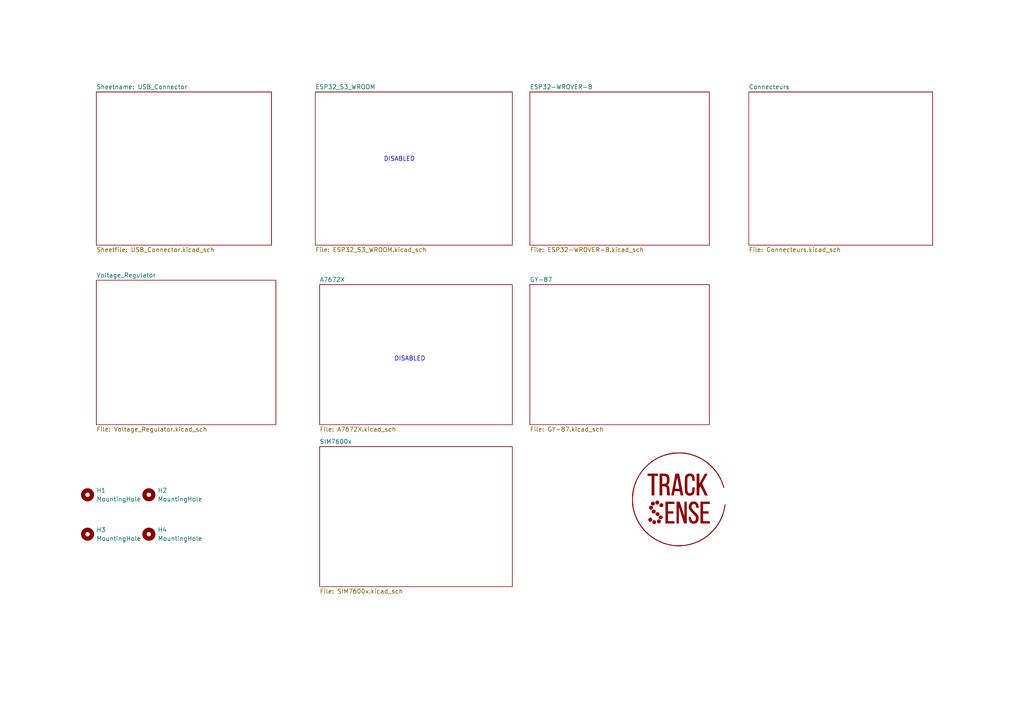
<source format=kicad_sch>
(kicad_sch (version 20231120) (generator "eeschema") (generator_version "8.0")
  (paper "A4")
  (title_block (title "TrackSense") (date "2024-05-07") (rev "BETA_1.0") (company "DFC - Cegep Ste-Foy"))
  (lib_symbols
    (symbol "Mechanical:MountingHole" (pin_names (offset 1.016))
      (property "Reference" "H" (at 0 5.08 0))
      (property "Value" "MountingHole" (at 0 3.175 0))
      (symbol "MountingHole_0_1"
        (circle (center 0 0) (radius 1.27) (stroke (width 1.27)))
      )
    )
    (symbol "TS_LOGO:LOGO" (pin_names (offset 1.016))
      (symbol "LOGO_0_0"
        (polyline (pts (xy -5.9188 -1.4414) (xy -5.7415 -1.2487) (xy -5.6726 -0.9654) (xy -5.703 -0.7764) (xy -5.8477 -0.5589) (xy -6.0725 -0.4446) (xy -6.3338 -0.4511) (xy -6.588 -0.596) (xy -6.7427 -0.8342) (xy -6.7505 -1.1048) (xy -6.604 -1.3547) (xy -6.4222 -1.481) (xy -6.1603 -1.525) (xy -5.9188 -1.4414)) (stroke (width 0.01)) (fill (type outline)))
        (polyline (pts (xy -5.8296 -4.8003) (xy -5.655 -4.6042) (xy -5.588 -4.3079) (xy -5.6477 -4.0516) (xy -5.8367 -3.8728) (xy -6.1396 -3.81) (xy -6.4001 -3.8675) (xy -6.5933 -4.0332) (xy -6.6778 -4.2634) (xy -6.6383 -4.5138) (xy -6.4595 -4.74) (xy -6.3444 -4.814) (xy -6.0726 -4.8768) (xy -5.8296 -4.8003)) (stroke (width 0.01)) (fill (type outline)))
        (polyline (pts (xy -7.9421 -6.4298) (xy -7.7717 -6.2449) (xy -7.7046 -5.9837) (xy -7.7445 -5.7592) (xy -7.8987 -5.5402) (xy -8.1288 -5.428) (xy -8.3914 -5.4404) (xy -8.6433 -5.5954) (xy -8.6437 -5.5957) (xy -8.7656 -5.8255) (xy -8.7412 -6.0967) (xy -8.5739 -6.3712) (xy -8.4088 -6.489) (xy -8.1698 -6.518) (xy -7.9421 -6.4298)) (stroke (width 0.01)) (fill (type outline)))
        (polyline (pts (xy -7.9043 -3.0142) (xy -7.6585 -2.8402) (xy -7.5051 -2.6404) (xy -7.4634 -2.3985) (xy -7.5825 -2.1355) (xy -7.6904 -2.0356) (xy -7.9339 -1.9522) (xy -8.2012 -1.9655) (xy -8.4183 -2.0804) (xy -8.5027 -2.2072) (xy -8.553 -2.4645) (xy -8.5049 -2.7255) (xy -8.3631 -2.9162) (xy -8.148 -3.0248) (xy -7.9043 -3.0142)) (stroke (width 0.01)) (fill (type outline)))
        (polyline (pts (xy -6.9797 -4.0661) (xy -6.7971 -3.9107) (xy -6.6974 -3.6975) (xy -6.7084 -3.4564) (xy -6.858 -3.2174) (xy -7.1034 -3.0763) (xy -7.3852 -3.0655) (xy -7.6345 -3.1881) (xy -7.7265 -3.3093) (xy -7.7903 -3.563) (xy -7.7475 -3.8225) (xy -7.6011 -4.0169) (xy -7.4824 -4.0842) (xy -7.2174 -4.1339) (xy -6.9797 -4.0661)) (stroke (width 0.01)) (fill (type outline)))
        (polyline (pts (xy -5.002 -5.7402) (xy -4.7981 -5.5966) (xy -4.678 -5.3836) (xy -4.6686 -5.1379) (xy -4.7968 -4.8962) (xy -5.0044 -4.7629) (xy -5.2594 -4.7428) (xy -5.503 -4.8278) (xy -5.6852 -5) (xy -5.756 -5.2413) (xy -5.7428 -5.4047) (xy -5.6431 -5.6101) (xy -5.4163 -5.742) (xy -5.263 -5.7779) (xy -5.002 -5.7402)) (stroke (width 0.01)) (fill (type outline)))
        (polyline (pts (xy -7.2546 -1.7653) (xy -7.1398 -1.6969) (xy -6.9871 -1.5257) (xy -6.9439 -1.2767) (xy -6.9851 -1.0783) (xy -7.1446 -0.8807) (xy -7.38 -0.773) (xy -7.6439 -0.7738) (xy -7.8885 -0.9021) (xy -7.9318 -0.9482) (xy -8.0307 -1.1862) (xy -8.011 -1.4574) (xy -7.874 -1.6934) (xy -7.7453 -1.7984) (xy -7.523 -1.8553) (xy -7.2546 -1.7653)) (stroke (width 0.01)) (fill (type outline)))
        (polyline (pts (xy -4.8745 -2.2614) (xy -4.6422 -2.1459) (xy -4.5988 -2.0998) (xy -4.4999 -1.8619) (xy -4.5196 -1.5906) (xy -4.6566 -1.3547) (xy -4.8511 -1.2193) (xy -5.0921 -1.2094) (xy -5.3649 -1.3608) (xy -5.3833 -1.3759) (xy -5.5531 -1.6119) (xy -5.5764 -1.8795) (xy -5.4479 -2.1312) (xy -5.39 -2.1824) (xy -5.1495 -2.2731) (xy -4.8745 -2.2614)) (stroke (width 0.01)) (fill (type outline)))
        (polyline (pts (xy -7.112 3.937) (xy -7.112 6.7733) (xy -6.5616 6.7733) (xy -6.0113 6.7733) (xy -6.0113 7.0696) (xy -6.0113 7.366) (xy -7.493 7.366) (xy -8.9746 7.366) (xy -8.9746 7.0696) (xy -8.9746 6.7733) (xy -8.382 6.7733) (xy -7.7893 6.7733) (xy -7.7893 3.937) (xy -7.7893 1.1006) (xy -7.4506 1.1006) (xy -7.112 1.1006) (xy -7.112 3.937)) (stroke (width 0.01)) (fill (type outline)))
        (polyline (pts (xy -5.3897 -6.8542) (xy -5.238 -6.6593) (xy -5.1894 -6.4182) (xy -5.2604 -6.1708) (xy -5.4676 -5.9569) (xy -5.4826 -5.9471) (xy -5.6347 -5.8672) (xy -5.7713 -5.8698) (xy -5.9742 -5.9545) (xy -6.1576 -6.06) (xy -6.2461 -6.1947) (xy -6.2653 -6.4229) (xy -6.2371 -6.6791) (xy -6.1185 -6.8641) (xy -5.8843 -6.9591) (xy -5.6279 -6.9633) (xy -5.3897 -6.8542)) (stroke (width 0.01)) (fill (type outline)))
        (polyline (pts (xy -6.7998 -7.1302) (xy -6.7863 -7.121) (xy -6.6441 -6.9315) (xy -6.5869 -6.6731) (xy -6.6339 -6.4277) (xy -6.7055 -6.3154) (xy -6.9151 -6.1574) (xy -7.1562 -6.1208) (xy -7.384 -6.1959) (xy -7.5535 -6.373) (xy -7.62 -6.6423) (xy -7.6199 -6.6511) (xy -7.5795 -6.8892) (xy -7.4869 -7.0636) (xy -7.4836 -7.0669) (xy -7.2811 -7.1681) (xy -7.0213 -7.1923) (xy -6.7998 -7.1302)) (stroke (width 0.01)) (fill (type outline)))
        (polyline (pts (xy 2.286 -3.8996) (xy 2.286 -0.762) (xy 1.9897 -0.762) (xy 1.6934 -0.762) (xy 1.6849 -2.9422) (xy 1.6765 -5.1224) (xy 0.9614 -2.9422) (xy 0.2463 -0.762) (xy -0.1732 -0.762) (xy -0.5926 -0.762) (xy -0.5926 -3.8947) (xy -0.5926 -7.0274) (xy -0.2976 -7.0274) (xy -0.0025 -7.0274) (xy 0.0199 -4.5623) (xy 0.0424 -2.0972) (xy 0.8044 -4.5411) (xy 1.5664 -6.985) (xy 1.9262 -7.0111) (xy 2.286 -7.0371) (xy 2.286 -3.8996)) (stroke (width 0.01)) (fill (type outline)))
        (polyline (pts (xy -1.27 -6.731) (xy -1.27 -6.4347) (xy -2.2013 -6.4347) (xy -3.1326 -6.4347) (xy -3.1326 -5.2917) (xy -3.1326 -4.1487) (xy -2.3706 -4.1487) (xy -1.6086 -4.1487) (xy -1.6086 -3.8524) (xy -1.6086 -3.556) (xy -2.3706 -3.556) (xy -3.1326 -3.556) (xy -3.1326 -2.4554) (xy -3.1326 -1.3547) (xy -2.2013 -1.3547) (xy -1.27 -1.3547) (xy -1.27 -1.0584) (xy -1.27 -0.762) (xy -2.54 -0.762) (xy -3.81 -0.762) (xy -3.81 -3.8947) (xy -3.81 -7.0274) (xy -2.54 -7.0274) (xy -1.27 -7.0274) (xy -1.27 -6.731)) (stroke (width 0.01)) (fill (type outline)))
        (polyline (pts (xy 8.9747 -6.731) (xy 8.9747 -6.4347) (xy 8.001 -6.4347) (xy 7.0274 -6.4347) (xy 7.0274 -5.2917) (xy 7.0274 -4.1487) (xy 7.8317 -4.1487) (xy 8.636 -4.1487) (xy 8.636 -3.8524) (xy 8.636 -3.556) (xy 7.8317 -3.556) (xy 7.0274 -3.556) (xy 7.0274 -2.4554) (xy 7.0274 -1.3547) (xy 8.001 -1.3547) (xy 8.9747 -1.3547) (xy 8.9747 -1.0584) (xy 8.9747 -0.762) (xy 7.6624 -0.762) (xy 6.35 -0.762) (xy 6.35 -3.8947) (xy 6.35 -7.0274) (xy 7.6624 -7.0274) (xy 8.9747 -7.0274) (xy 8.9747 -6.731)) (stroke (width 0.01)) (fill (type outline)))
        (polyline (pts (xy 5.9293 2.1378) (xy 5.9299 2.2767) (xy 5.9361 2.6859) (xy 5.9532 2.9739) (xy 5.9867 3.1785) (xy 6.0419 3.3371) (xy 6.1243 3.4877) (xy 6.3167 3.8004) (xy 6.9874 2.4505) (xy 7.6581 1.1006) (xy 8.0163 1.1006) (xy 8.3746 1.1006) (xy 7.7339 2.4341) (xy 7.5764 2.7633) (xy 7.3608 3.2177) (xy 7.1703 3.6238) (xy 7.0211 3.9468) (xy 6.9294 4.1522) (xy 6.7655 4.5367) (xy 7.5314 5.9103) (xy 7.7716 6.3435) (xy 7.9823 6.7277) (xy 8.1487 7.0361) (xy 8.258 7.2448) (xy 8.2974 7.3298) (xy 8.2864 7.3404) (xy 8.1633 7.3559) (xy 7.9475 7.3497) (xy 7.5977 7.3236) (xy 6.7834 5.8459) (xy 5.969 4.3681) (xy 5.9459 5.867) (xy 5.9228 7.366) (xy 5.5861 7.366) (xy 5.2494 7.366) (xy 5.2494 4.2333) (xy 5.2494 1.1006) (xy 5.588 1.1006) (xy 5.9267 1.1006) (xy 5.9293 2.1378)) (stroke (width 0.01)) (fill (type outline)))
        (polyline (pts (xy -4.826 2.4553) (xy -4.826 3.81) (xy -4.5931 3.808) (xy -4.4338 3.8001) (xy -4.059 3.7343) (xy -3.7407 3.617) (xy -3.5348 3.4661) (xy -3.5096 3.4321) (xy -3.4486 3.301) (xy -3.4108 3.1057) (xy -3.3913 2.8111) (xy -3.3855 2.3824) (xy -3.3847 2.113) (xy -3.3768 1.6992) (xy -3.353 1.4169) (xy -3.304 1.2409) (xy -3.2206 1.1463) (xy -3.0936 1.1079) (xy -2.9138 1.1006) (xy -2.7671 1.1049) (xy -2.6107 1.1382) (xy -2.5876 1.211) (xy -2.5902 1.219) (xy -2.6118 1.363) (xy -2.6387 1.6351) (xy -2.6674 1.9998) (xy -2.6949 2.4213) (xy -2.713 2.6931) (xy -2.7631 3.1819) (xy -2.834 3.5361) (xy -2.934 3.7797) (xy -3.0713 3.9365) (xy -3.2543 4.0302) (xy -3.2566 4.031) (xy -3.3515 4.0771) (xy -3.3302 4.1402) (xy -3.1803 4.2587) (xy -3.1579 4.2755) (xy -2.9474 4.4943) (xy -2.8088 4.7885) (xy -2.7326 5.1875) (xy -2.7093 5.7206) (xy -2.7209 6.1101) (xy -2.7867 6.5582) (xy -2.9267 6.8894) (xy -3.1592 7.1198) (xy -3.5023 7.2652) (xy -3.9743 7.3413) (xy -4.5931 7.3641) (xy -5.5033 7.366) (xy -5.5033 4.4026) (xy -4.826 4.4026) (xy -4.826 5.5997) (xy -4.826 6.7968) (xy -4.2978 6.7489) (xy -4.2811 6.7474) (xy -3.9027 6.6854) (xy -3.6452 6.5656) (xy -3.4875 6.361) (xy -3.4083 6.0449) (xy -3.3866 5.5902) (xy -3.3922 5.2001) (xy -3.4175 4.9231) (xy -3.4745 4.743) (xy -3.5752 4.6231) (xy -3.7314 4.5265) (xy -3.8189 4.4907) (xy -4.0934 4.4276) (xy -4.3984 4.4026) (xy -4.826 4.4026) (xy -5.5033 4.4026) (xy -5.5033 4.2333) (xy -5.5033 1.1006) (xy -5.1646 1.1006) (xy -4.826 1.1006) (xy -4.826 2.4553)) (stroke (width 0.01)) (fill (type outline)))
        (polyline (pts (xy 3.8685 1.1808) (xy 3.9457 1.2185) (xy 4.2354 1.4347) (xy 4.4294 1.7395) (xy 4.5381 2.1558) (xy 4.572 2.7059) (xy 4.572 3.3866) (xy 4.2757 3.3866) (xy 3.9794 3.3866) (xy 3.9794 2.9416) (xy 3.9783 2.8507) (xy 3.9329 2.3859) (xy 3.8261 2.0314) (xy 3.665 1.8135) (xy 3.5659 1.7598) (xy 3.2935 1.705) (xy 2.9989 1.7229) (xy 2.7697 1.8135) (xy 2.6738 1.911) (xy 2.5961 2.0599) (xy 2.5385 2.2773) (xy 2.4982 2.5831) (xy 2.4726 2.9976) (xy 2.4592 3.5409) (xy 2.4554 4.2333) (xy 2.4589 4.9013) (xy 2.4719 5.4502) (xy 2.4969 5.8694) (xy 2.5366 6.1791) (xy 2.5935 6.3995) (xy 2.6703 6.5508) (xy 2.7697 6.6531) (xy 2.8688 6.7068) (xy 3.1412 6.7616) (xy 3.4358 6.7437) (xy 3.665 6.6531) (xy 3.7011 6.6213) (xy 3.8453 6.3884) (xy 3.9432 6.0487) (xy 3.9794 5.652) (xy 3.9796 5.5886) (xy 3.9987 5.4136) (xy 4.0818 5.3455) (xy 4.2757 5.334) (xy 4.572 5.334) (xy 4.572 5.8877) (xy 4.5704 6.003) (xy 4.5221 6.4351) (xy 4.3977 6.7831) (xy 4.3922 6.7938) (xy 4.1379 7.1145) (xy 3.7937 7.324) (xy 3.3959 7.4231) (xy 2.9804 7.4126) (xy 2.5835 7.2932) (xy 2.2412 7.0657) (xy 1.9897 6.731) (xy 1.9387 6.6185) (xy 1.8981 6.4917) (xy 1.868 6.3314) (xy 1.8467 6.1147) (xy 1.8329 5.8192) (xy 1.8249 5.4222) (xy 1.8212 4.9011) (xy 1.8204 4.2333) (xy 1.8212 3.5818) (xy 1.8247 3.057) (xy 1.8326 2.6569) (xy 1.8463 2.3589) (xy 1.8673 2.1404) (xy 1.8972 1.9787) (xy 1.9374 1.8514) (xy 1.9897 1.7356) (xy 2.1954 1.4453) (xy 2.5368 1.2065) (xy 2.9409 1.0578) (xy 3.3957 1.0381) (xy 3.8685 1.1808)) (stroke (width 0.01)) (fill (type outline)))
        (polyline (pts (xy 4.5626 -7.0606) (xy 4.9096 -6.9888) (xy 5.1635 -6.872) (xy 5.3786 -6.6663) (xy 5.6131 -6.251) (xy 5.7325 -5.7192) (xy 5.7483 -5.3984) (xy 5.7097 -5.0865) (xy 5.5973 -4.791) (xy 5.3953 -4.4826) (xy 5.0882 -4.1321) (xy 4.6605 -3.7104) (xy 4.3479 -3.4054) (xy 4.0172 -3.0434) (xy 3.8019 -2.7366) (xy 3.6888 -2.4597) (xy 3.665 -2.1877) (xy 3.7173 -1.8951) (xy 3.8533 -1.5925) (xy 4.0799 -1.4148) (xy 4.4177 -1.3574) (xy 4.5698 -1.3719) (xy 4.8415 -1.5065) (xy 5.0175 -1.7654) (xy 5.08 -2.1281) (xy 5.0812 -2.2533) (xy 5.1084 -2.3955) (xy 5.2088 -2.4479) (xy 5.4305 -2.4554) (xy 5.7809 -2.4554) (xy 5.7298 -2.0238) (xy 5.6689 -1.7049) (xy 5.4658 -1.2452) (xy 5.1373 -0.8979) (xy 4.9828 -0.8134) (xy 4.6378 -0.727) (xy 4.2451 -0.7115) (xy 3.8714 -0.7671) (xy 3.5834 -0.894) (xy 3.4152 -1.0521) (xy 3.1875 -1.388) (xy 3.0252 -1.7762) (xy 2.9634 -2.146) (xy 2.9714 -2.3921) (xy 3.019 -2.6936) (xy 3.1256 -2.9703) (xy 3.3092 -3.255) (xy 3.5883 -3.5804) (xy 3.9808 -3.9794) (xy 4.0474 -4.0448) (xy 4.4443 -4.4478) (xy 4.729 -4.7695) (xy 4.916 -5.0343) (xy 5.0202 -5.2667) (xy 5.0565 -5.4912) (xy 5.0395 -5.7323) (xy 5.017 -5.854) (xy 4.8844 -6.1827) (xy 4.6612 -6.3726) (xy 4.3392 -6.432) (xy 4.0574 -6.3991) (xy 3.8535 -6.2819) (xy 3.7175 -6.0522) (xy 3.6223 -5.682) (xy 3.6061 -5.5954) (xy 3.5525 -5.349) (xy 3.4931 -5.2209) (xy 3.4 -5.1723) (xy 3.2447 -5.1647) (xy 2.9634 -5.1647) (xy 2.9634 -5.5907) (xy 3.0159 -6.0532) (xy 3.1916 -6.4904) (xy 3.4781 -6.8226) (xy 3.8625 -7.0292) (xy 3.8775 -7.0338) (xy 4.1945 -7.0784) (xy 4.5626 -7.0606)) (stroke (width 0.01)) (fill (type outline)))
        (polyline (pts (xy -1.3546 1.7356) (xy -1.246 2.3706) (xy -0.4594 2.3706) (xy -0.1317 2.3719) (xy 0.1265 2.3596) (xy 0.2833 2.3044) (xy 0.3749 2.177) (xy 0.4377 1.9478) (xy 0.5082 1.5875) (xy 0.6047 1.1006) (xy 0.9374 1.1006) (xy 1.0078 1.1021) (xy 1.1949 1.1245) (xy 1.27 1.1653) (xy 1.2694 1.1719) (xy 1.248 1.298) (xy 1.1995 1.5627) (xy 1.1283 1.943) (xy 1.0388 2.416) (xy 0.9355 2.9585) (xy 0.8228 3.5476) (xy 0.7051 4.1603) (xy 0.5869 4.7735) (xy 0.4725 5.3642) (xy 0.3664 5.9095) (xy 0.2731 6.3862) (xy 0.1969 6.7715) (xy 0.1423 7.0423) (xy 0.1137 7.1755) (xy 0.0847 7.2585) (xy 0.0085 7.3284) (xy -0.1493 7.3591) (xy -0.4325 7.366) (xy -0.655 7.3609) (xy -0.8545 7.3435) (xy -0.9313 7.3179) (xy -0.9322 7.3106) (xy -0.9544 7.184) (xy -1.0031 6.9194) (xy -1.074 6.5395) (xy -1.1628 6.0673) (xy -1.2651 5.5255) (xy -1.3765 4.9371) (xy -1.4928 4.3249) (xy -1.6096 3.7117) (xy -1.7225 3.1204) (xy -1.7404 3.0268) (xy -1.1028 3.0268) (xy -1.0928 3.1189) (xy -1.0555 3.3471) (xy -0.9965 3.6767) (xy -0.9214 4.0781) (xy -0.8362 4.5215) (xy -0.7468 4.977) (xy -0.6589 5.415) (xy -0.5784 5.8055) (xy -0.5113 6.1189) (xy -0.4633 6.3254) (xy -0.4403 6.3952) (xy -0.4243 6.3377) (xy -0.3798 6.1402) (xy -0.3138 5.8314) (xy -0.2323 5.4415) (xy -0.1415 5.0007) (xy -0.0476 4.5394) (xy 0.0433 4.0879) (xy 0.1249 3.6763) (xy 0.1913 3.3351) (xy 0.2361 3.0944) (xy 0.2532 2.9845) (xy 0.2465 2.9815) (xy 0.1278 2.9722) (xy -0.1089 2.9658) (xy -0.4233 2.9633) (xy -0.5188 2.9639) (xy -0.8157 2.9751) (xy -1.0238 2.9973) (xy -1.1028 3.0268) (xy -1.7404 3.0268) (xy -1.8272 2.5737) (xy -1.9194 2.0946) (xy -1.9947 1.706) (xy -2.0488 1.4305) (xy -2.0773 1.2911) (xy -2.0805 1.2763) (xy -2.0844 1.1604) (xy -2.0018 1.111) (xy -1.7916 1.1006) (xy -1.4633 1.1006) (xy -1.3546 1.7356)) (stroke (width 0.01)) (fill (type outline)))
        (polyline (pts (xy 1.7744 -13.5102) (xy 3.1848 -13.2437) (xy 4.5682 -12.8321) (xy 5.903 -12.2815) (xy 7.1674 -11.5986) (xy 8.3397 -10.7896) (xy 8.5863 -10.5893) (xy 9.0789 -10.152) (xy 9.6011 -9.6498) (xy 10.1117 -9.1244) (xy 10.5693 -8.6173) (xy 10.9329 -8.1704) (xy 11.4021 -7.491) (xy 11.911 -6.6347) (xy 12.3678 -5.7415) (xy 12.7346 -4.8807) (xy 12.8291 -4.6151) (xy 12.9714 -4.1667) (xy 13.1104 -3.679) (xy 13.2395 -3.1808) (xy 13.3519 -2.7008) (xy 13.4412 -2.2678) (xy 13.5007 -1.9104) (xy 13.5239 -1.6575) (xy 13.504 -1.5377) (xy 13.4605 -1.5202) (xy 13.3821 -1.61) (xy 13.3099 -1.8405) (xy 13.251 -2.1932) (xy 13.24 -2.2778) (xy 13.1051 -2.9849) (xy 12.891 -3.7754) (xy 12.6138 -4.6005) (xy 12.2897 -5.4117) (xy 11.9348 -6.1602) (xy 11.8609 -6.301) (xy 11.4585 -7.0146) (xy 11.0416 -7.6535) (xy 10.5696 -8.2762) (xy 10.002 -8.941) (xy 9.7987 -9.1642) (xy 8.7097 -10.2139) (xy 7.5289 -11.1216) (xy 6.2594 -11.8859) (xy 4.9039 -12.5051) (xy 3.4656 -12.9776) (xy 1.9474 -13.3018) (xy 1.5301 -13.3494) (xy 0.9834 -13.382) (xy 0.3653 -13.3982) (xy -0.2765 -13.3978) (xy -0.8937 -13.381) (xy -1.4384 -13.3478) (xy -1.8626 -13.2983) (xy -3.2185 -13.0148) (xy -4.648 -12.5695) (xy -5.9833 -11.9868) (xy -7.2319 -11.2629) (xy -8.4013 -10.3938) (xy -9.4989 -9.3759) (xy -9.5567 -9.3162) (xy -10.4913 -8.2498) (xy -11.2828 -7.1324) (xy -11.9518 -5.9314) (xy -12.519 -4.6144) (xy -12.7943 -3.7909) (xy -13.1095 -2.4318) (xy -13.2768 -1.0193) (xy -13.2954 0.4272) (xy -13.1644 1.8882) (xy -12.8829 3.3443) (xy -12.6716 4.0886) (xy -12.1798 5.3691) (xy -11.543 6.6122) (xy -10.7765 7.7923) (xy -9.8959 8.8843) (xy -8.9164 9.8627) (xy -8.2399 10.4317) (xy -7.005 11.306) (xy -5.7099 12.0222) (xy -4.3555 12.5798) (xy -2.9427 12.9785) (xy -1.4725 13.218) (xy 0.0542 13.2979) (xy 0.4769 13.2931) (xy 1.6659 13.219) (xy 2.7843 13.0473) (xy 3.8744 12.768) (xy 4.9783 12.3711) (xy 6.1384 11.8465) (xy 6.8789 11.4446) (xy 7.9877 10.7005) (xy 9.0387 9.8238) (xy 10.0118 8.836) (xy 10.8866 7.7582) (xy 11.643 6.6118) (xy 12.2606 5.4181) (xy 12.2804 5.3733) (xy 12.4295 5.0158) (xy 12.5821 4.6197) (xy 12.7244 4.2237) (xy 12.8429 3.8672) (xy 12.924 3.589) (xy 12.954 3.4282) (xy 12.9676 3.3699) (xy 13.0734 3.302) (xy 13.0951 3.3032) (xy 13.1463 3.3413) (xy 13.1414 3.462) (xy 13.0812 3.7041) (xy 12.787 4.6275) (xy 12.2195 5.9608) (xy 11.5118 7.2174) (xy 10.6745 8.3878) (xy 9.7181 9.4627) (xy 8.6534 10.4328) (xy 7.4908 11.2888) (xy 6.2411 12.0213) (xy 4.9147 12.6211) (xy 3.5222 13.0788) (xy 2.0744 13.3851) (xy 1.7977 13.4199) (xy 1.2324 13.4626) (xy 0.5794 13.4861) (xy -0.1111 13.4903) (xy -0.7889 13.4753) (xy -1.4036 13.441) (xy -1.905 13.3874) (xy -2.3834 13.3077) (xy -3.8344 12.9549) (xy -5.2333 12.4466) (xy -6.5662 11.7902) (xy -7.8194 10.9931) (xy -8.979 10.0628) (xy -10.0314 9.0067) (xy -10.3555 8.6298) (xy -11.2634 7.4106) (xy -12.0263 6.117) (xy -12.6386 4.7604) (xy -13.0948 3.3526) (xy -13.3896 1.905) (xy -13.4243 1.6111) (xy -13.4652 1.0339) (xy -13.4871 0.3752) (xy -13.4899 -0.3148) (xy -13.4738 -0.9864) (xy -13.4389 -1.5896) (xy -13.3851 -2.0744) (xy -13.1938 -3.0575) (xy -12.7886 -4.4522) (xy -12.2401 -5.803) (xy -11.561 -7.0804) (xy -10.7637 -8.255) (xy -10.2444 -8.8932) (xy -9.1986 -9.9765) (xy -8.0491 -10.931) (xy -6.8061 -11.7511) (xy -5.4797 -12.4312) (xy -4.0799 -12.9657) (xy -2.6169 -13.3492) (xy -1.1006 -13.576) (xy -1.0404 -13.5816) (xy 0.3588 -13.6249) (xy 1.7744 -13.5102)) (stroke (width 0.01)) (fill (type outline)))
      )
    )
  )
  (text "DISABLED\n" (at 115.824 46.228 0) (effects (font (size 1.27 1.27))))
  (text "DISABLED\n" (at 118.872 104.14 0) (effects (font (size 1.27 1.27))))
  (symbol (lib_id "Mechanical:MountingHole") (at 25.4 154.94 0) (unit 1)
    (property "Reference" "H3" (at 27.94 153.6699 0) (effects (justify left)))
    (property "Value" "MountingHole" (at 27.94 156.2099 0) (effects (justify left)))
    (property "Footprint" "MountingHole:MountingHole_2.2mm_M2_ISO7380" (effects (hide yes)))
    (property "Description" "Mounting Hole without connection" (effects (hide yes)))
  )
  (symbol (lib_id "Mechanical:MountingHole") (at 43.18 154.94 0) (unit 1)
    (property "Reference" "H4" (at 45.72 153.6699 0) (effects (justify left)))
    (property "Value" "MountingHole" (at 45.72 156.2099 0) (effects (justify left)))
    (property "Footprint" "MountingHole:MountingHole_2.2mm_M2_ISO7380" (effects (hide yes)))
    (property "Description" "Mounting Hole without connection" (effects (hide yes)))
  )
  (symbol (lib_id "Mechanical:MountingHole") (at 25.4 143.51 0) (unit 1)
    (property "Reference" "H1" (at 27.94 142.2399 0) (effects (justify left)))
    (property "Value" "MountingHole" (at 27.94 144.7799 0) (effects (justify left)))
    (property "Footprint" "MountingHole:MountingHole_2.2mm_M2_ISO7380" (effects (hide yes)))
    (property "Description" "Mounting Hole without connection" (effects (hide yes)))
  )
  (symbol (lib_id "Mechanical:MountingHole") (at 43.18 143.51 0) (unit 1)
    (property "Reference" "H2" (at 45.72 142.2399 0) (effects (justify left)))
    (property "Value" "MountingHole" (at 45.72 144.7799 0) (effects (justify left)))
    (property "Footprint" "MountingHole:MountingHole_2.2mm_M2_ISO7380" (effects (hide yes)))
    (property "Description" "Mounting Hole without connection" (effects (hide yes)))
  )
  (symbol (lib_id "TS_LOGO:LOGO") (at 196.85 144.78 0) (unit 1)
    (property "Reference" "#G1" (effects (hide yes)))
    (property "Value" "LOGO" (effects (hide yes)))
  )
  (sheet (at 92.71 129.54) (size 55.88 40.64) (stroke (width 0.1524))
    (property "Sheetname" "SIM7600x" (at 92.71 128.8284 0) (effects (justify left bottom)))
    (property "Sheetfile" "SIM7600x.kicad_sch" (at 92.71 170.7646 0) (effects (justify left top)))
  )
  (sheet (at 92.71 82.55) (size 55.88 40.64) (stroke (width 0.1524))
    (property "Sheetname" "A7672X" (at 92.71 81.8384 0) (effects (justify left bottom)))
    (property "Sheetfile" "A7672X.kicad_sch" (at 92.71 123.7746 0) (effects (justify left top)))
  )
  (sheet (at 153.67 26.67) (size 52.07 44.45) (stroke (width 0.1524))
    (property "Sheetname" "ESP32-WROVER-B" (at 153.67 25.9584 0) (effects (justify left bottom)))
    (property "Sheetfile" "ESP32-WROVER-B.kicad_sch" (at 153.67 71.7046 0) (effects (justify left top)))
  )
  (sheet (at 27.94 26.67) (size 50.8 44.45) (stroke (width 0.1524))
    (property "Sheetname" "USB_Connector" (at 27.94 25.9584 0) (show_name yes) (effects (justify left bottom)))
    (property "Sheetfile" "USB_Connector.kicad_sch" (at 27.94 71.7046 0) (show_name yes) (effects (justify left top)))
  )
  (sheet (at 27.94 81.28) (size 52.07 41.91) (stroke (width 0.1524))
    (property "Sheetname" "Voltage_Regulator" (at 27.94 80.5684 0) (effects (justify left bottom)))
    (property "Sheetfile" "Voltage_Regulator.kicad_sch" (at 27.94 123.7746 0) (effects (justify left top)))
  )
  (sheet (at 91.44 26.67) (size 57.15 44.45) (stroke (width 0.1524))
    (property "Sheetname" "ESP32_S3_WROOM" (at 91.44 25.9584 0) (effects (justify left bottom)))
    (property "Sheetfile" "ESP32_S3_WROOM.kicad_sch" (at 91.44 71.7046 0) (effects (justify left top)))
  )
  (sheet (at 153.67 82.55) (size 52.07 40.64) (stroke (width 0.1524))
    (property "Sheetname" "GY-87" (at 153.67 81.8384 0) (effects (justify left bottom)))
    (property "Sheetfile" "GY-87.kicad_sch" (at 153.67 123.7746 0) (effects (justify left top)))
  )
  (sheet (at 217.17 26.67) (size 53.34 44.45) (stroke (width 0.1524))
    (property "Sheetname" "Connecteurs" (at 217.17 25.9584 0) (effects (justify left bottom)))
    (property "Sheetfile" "Connecteurs.kicad_sch" (at 217.17 71.7046 0) (effects (justify left top)))
  )
)
</source>
